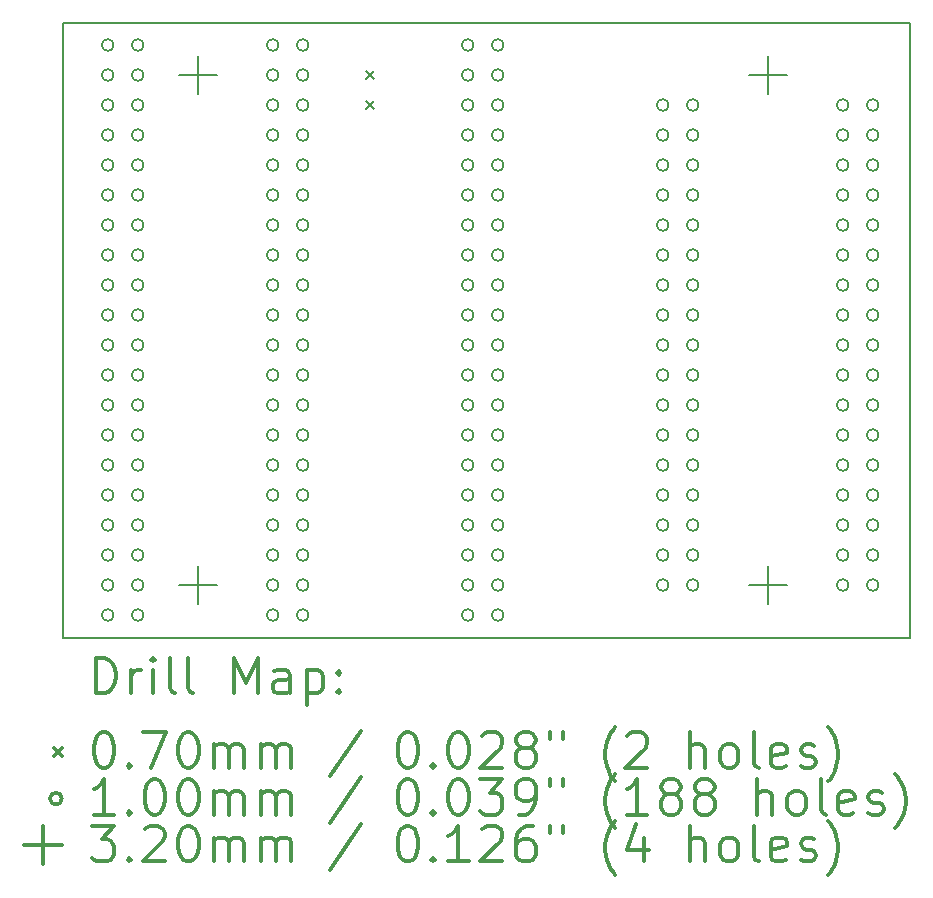
<source format=gbr>
%FSLAX45Y45*%
G04 Gerber Fmt 4.5, Leading zero omitted, Abs format (unit mm)*
G04 Created by KiCad (PCBNEW (5.0.0)) date 03/31/19 19:03:46*
%MOMM*%
%LPD*%
G01*
G04 APERTURE LIST*
%ADD10C,0.150000*%
%ADD11C,0.200000*%
%ADD12C,0.300000*%
G04 APERTURE END LIST*
D10*
X11303000Y-8191500D02*
X11303000Y-13398500D01*
X18478500Y-8191500D02*
X11303000Y-8191500D01*
X18478500Y-13398500D02*
X18478500Y-8191500D01*
X11303000Y-13398500D02*
X18478500Y-13398500D01*
D11*
X13871500Y-8601000D02*
X13941500Y-8671000D01*
X13941500Y-8601000D02*
X13871500Y-8671000D01*
X13871500Y-8855000D02*
X13941500Y-8925000D01*
X13941500Y-8855000D02*
X13871500Y-8925000D01*
X11734000Y-8382000D02*
G75*
G03X11734000Y-8382000I-50000J0D01*
G01*
X11734000Y-8636000D02*
G75*
G03X11734000Y-8636000I-50000J0D01*
G01*
X11734000Y-8890000D02*
G75*
G03X11734000Y-8890000I-50000J0D01*
G01*
X11734000Y-9144000D02*
G75*
G03X11734000Y-9144000I-50000J0D01*
G01*
X11734000Y-9398000D02*
G75*
G03X11734000Y-9398000I-50000J0D01*
G01*
X11734000Y-9652000D02*
G75*
G03X11734000Y-9652000I-50000J0D01*
G01*
X11734000Y-9906000D02*
G75*
G03X11734000Y-9906000I-50000J0D01*
G01*
X11734000Y-10160000D02*
G75*
G03X11734000Y-10160000I-50000J0D01*
G01*
X11734000Y-10414000D02*
G75*
G03X11734000Y-10414000I-50000J0D01*
G01*
X11734000Y-10668000D02*
G75*
G03X11734000Y-10668000I-50000J0D01*
G01*
X11734000Y-10922000D02*
G75*
G03X11734000Y-10922000I-50000J0D01*
G01*
X11734000Y-11176000D02*
G75*
G03X11734000Y-11176000I-50000J0D01*
G01*
X11734000Y-11430000D02*
G75*
G03X11734000Y-11430000I-50000J0D01*
G01*
X11734000Y-11684000D02*
G75*
G03X11734000Y-11684000I-50000J0D01*
G01*
X11734000Y-11938000D02*
G75*
G03X11734000Y-11938000I-50000J0D01*
G01*
X11734000Y-12192000D02*
G75*
G03X11734000Y-12192000I-50000J0D01*
G01*
X11734000Y-12446000D02*
G75*
G03X11734000Y-12446000I-50000J0D01*
G01*
X11734000Y-12700000D02*
G75*
G03X11734000Y-12700000I-50000J0D01*
G01*
X11734000Y-12954000D02*
G75*
G03X11734000Y-12954000I-50000J0D01*
G01*
X11734000Y-13208000D02*
G75*
G03X11734000Y-13208000I-50000J0D01*
G01*
X11988000Y-8382000D02*
G75*
G03X11988000Y-8382000I-50000J0D01*
G01*
X11988000Y-8636000D02*
G75*
G03X11988000Y-8636000I-50000J0D01*
G01*
X11988000Y-8890000D02*
G75*
G03X11988000Y-8890000I-50000J0D01*
G01*
X11988000Y-9144000D02*
G75*
G03X11988000Y-9144000I-50000J0D01*
G01*
X11988000Y-9398000D02*
G75*
G03X11988000Y-9398000I-50000J0D01*
G01*
X11988000Y-9652000D02*
G75*
G03X11988000Y-9652000I-50000J0D01*
G01*
X11988000Y-9906000D02*
G75*
G03X11988000Y-9906000I-50000J0D01*
G01*
X11988000Y-10160000D02*
G75*
G03X11988000Y-10160000I-50000J0D01*
G01*
X11988000Y-10414000D02*
G75*
G03X11988000Y-10414000I-50000J0D01*
G01*
X11988000Y-10668000D02*
G75*
G03X11988000Y-10668000I-50000J0D01*
G01*
X11988000Y-10922000D02*
G75*
G03X11988000Y-10922000I-50000J0D01*
G01*
X11988000Y-11176000D02*
G75*
G03X11988000Y-11176000I-50000J0D01*
G01*
X11988000Y-11430000D02*
G75*
G03X11988000Y-11430000I-50000J0D01*
G01*
X11988000Y-11684000D02*
G75*
G03X11988000Y-11684000I-50000J0D01*
G01*
X11988000Y-11938000D02*
G75*
G03X11988000Y-11938000I-50000J0D01*
G01*
X11988000Y-12192000D02*
G75*
G03X11988000Y-12192000I-50000J0D01*
G01*
X11988000Y-12446000D02*
G75*
G03X11988000Y-12446000I-50000J0D01*
G01*
X11988000Y-12700000D02*
G75*
G03X11988000Y-12700000I-50000J0D01*
G01*
X11988000Y-12954000D02*
G75*
G03X11988000Y-12954000I-50000J0D01*
G01*
X11988000Y-13208000D02*
G75*
G03X11988000Y-13208000I-50000J0D01*
G01*
X14782000Y-8382000D02*
G75*
G03X14782000Y-8382000I-50000J0D01*
G01*
X14782000Y-8636000D02*
G75*
G03X14782000Y-8636000I-50000J0D01*
G01*
X14782000Y-8890000D02*
G75*
G03X14782000Y-8890000I-50000J0D01*
G01*
X14782000Y-9144000D02*
G75*
G03X14782000Y-9144000I-50000J0D01*
G01*
X14782000Y-9398000D02*
G75*
G03X14782000Y-9398000I-50000J0D01*
G01*
X14782000Y-9652000D02*
G75*
G03X14782000Y-9652000I-50000J0D01*
G01*
X14782000Y-9906000D02*
G75*
G03X14782000Y-9906000I-50000J0D01*
G01*
X14782000Y-10160000D02*
G75*
G03X14782000Y-10160000I-50000J0D01*
G01*
X14782000Y-10414000D02*
G75*
G03X14782000Y-10414000I-50000J0D01*
G01*
X14782000Y-10668000D02*
G75*
G03X14782000Y-10668000I-50000J0D01*
G01*
X14782000Y-10922000D02*
G75*
G03X14782000Y-10922000I-50000J0D01*
G01*
X14782000Y-11176000D02*
G75*
G03X14782000Y-11176000I-50000J0D01*
G01*
X14782000Y-11430000D02*
G75*
G03X14782000Y-11430000I-50000J0D01*
G01*
X14782000Y-11684000D02*
G75*
G03X14782000Y-11684000I-50000J0D01*
G01*
X14782000Y-11938000D02*
G75*
G03X14782000Y-11938000I-50000J0D01*
G01*
X14782000Y-12192000D02*
G75*
G03X14782000Y-12192000I-50000J0D01*
G01*
X14782000Y-12446000D02*
G75*
G03X14782000Y-12446000I-50000J0D01*
G01*
X14782000Y-12700000D02*
G75*
G03X14782000Y-12700000I-50000J0D01*
G01*
X14782000Y-12954000D02*
G75*
G03X14782000Y-12954000I-50000J0D01*
G01*
X14782000Y-13208000D02*
G75*
G03X14782000Y-13208000I-50000J0D01*
G01*
X15036000Y-8382000D02*
G75*
G03X15036000Y-8382000I-50000J0D01*
G01*
X15036000Y-8636000D02*
G75*
G03X15036000Y-8636000I-50000J0D01*
G01*
X15036000Y-8890000D02*
G75*
G03X15036000Y-8890000I-50000J0D01*
G01*
X15036000Y-9144000D02*
G75*
G03X15036000Y-9144000I-50000J0D01*
G01*
X15036000Y-9398000D02*
G75*
G03X15036000Y-9398000I-50000J0D01*
G01*
X15036000Y-9652000D02*
G75*
G03X15036000Y-9652000I-50000J0D01*
G01*
X15036000Y-9906000D02*
G75*
G03X15036000Y-9906000I-50000J0D01*
G01*
X15036000Y-10160000D02*
G75*
G03X15036000Y-10160000I-50000J0D01*
G01*
X15036000Y-10414000D02*
G75*
G03X15036000Y-10414000I-50000J0D01*
G01*
X15036000Y-10668000D02*
G75*
G03X15036000Y-10668000I-50000J0D01*
G01*
X15036000Y-10922000D02*
G75*
G03X15036000Y-10922000I-50000J0D01*
G01*
X15036000Y-11176000D02*
G75*
G03X15036000Y-11176000I-50000J0D01*
G01*
X15036000Y-11430000D02*
G75*
G03X15036000Y-11430000I-50000J0D01*
G01*
X15036000Y-11684000D02*
G75*
G03X15036000Y-11684000I-50000J0D01*
G01*
X15036000Y-11938000D02*
G75*
G03X15036000Y-11938000I-50000J0D01*
G01*
X15036000Y-12192000D02*
G75*
G03X15036000Y-12192000I-50000J0D01*
G01*
X15036000Y-12446000D02*
G75*
G03X15036000Y-12446000I-50000J0D01*
G01*
X15036000Y-12700000D02*
G75*
G03X15036000Y-12700000I-50000J0D01*
G01*
X15036000Y-12954000D02*
G75*
G03X15036000Y-12954000I-50000J0D01*
G01*
X15036000Y-13208000D02*
G75*
G03X15036000Y-13208000I-50000J0D01*
G01*
X13131000Y-8382000D02*
G75*
G03X13131000Y-8382000I-50000J0D01*
G01*
X13131000Y-8636000D02*
G75*
G03X13131000Y-8636000I-50000J0D01*
G01*
X13131000Y-8890000D02*
G75*
G03X13131000Y-8890000I-50000J0D01*
G01*
X13131000Y-9144000D02*
G75*
G03X13131000Y-9144000I-50000J0D01*
G01*
X13131000Y-9398000D02*
G75*
G03X13131000Y-9398000I-50000J0D01*
G01*
X13131000Y-9652000D02*
G75*
G03X13131000Y-9652000I-50000J0D01*
G01*
X13131000Y-9906000D02*
G75*
G03X13131000Y-9906000I-50000J0D01*
G01*
X13131000Y-10160000D02*
G75*
G03X13131000Y-10160000I-50000J0D01*
G01*
X13131000Y-10414000D02*
G75*
G03X13131000Y-10414000I-50000J0D01*
G01*
X13131000Y-10668000D02*
G75*
G03X13131000Y-10668000I-50000J0D01*
G01*
X13131000Y-10922000D02*
G75*
G03X13131000Y-10922000I-50000J0D01*
G01*
X13131000Y-11176000D02*
G75*
G03X13131000Y-11176000I-50000J0D01*
G01*
X13131000Y-11430000D02*
G75*
G03X13131000Y-11430000I-50000J0D01*
G01*
X13131000Y-11684000D02*
G75*
G03X13131000Y-11684000I-50000J0D01*
G01*
X13131000Y-11938000D02*
G75*
G03X13131000Y-11938000I-50000J0D01*
G01*
X13131000Y-12192000D02*
G75*
G03X13131000Y-12192000I-50000J0D01*
G01*
X13131000Y-12446000D02*
G75*
G03X13131000Y-12446000I-50000J0D01*
G01*
X13131000Y-12700000D02*
G75*
G03X13131000Y-12700000I-50000J0D01*
G01*
X13131000Y-12954000D02*
G75*
G03X13131000Y-12954000I-50000J0D01*
G01*
X13131000Y-13208000D02*
G75*
G03X13131000Y-13208000I-50000J0D01*
G01*
X13385000Y-8382000D02*
G75*
G03X13385000Y-8382000I-50000J0D01*
G01*
X13385000Y-8636000D02*
G75*
G03X13385000Y-8636000I-50000J0D01*
G01*
X13385000Y-8890000D02*
G75*
G03X13385000Y-8890000I-50000J0D01*
G01*
X13385000Y-9144000D02*
G75*
G03X13385000Y-9144000I-50000J0D01*
G01*
X13385000Y-9398000D02*
G75*
G03X13385000Y-9398000I-50000J0D01*
G01*
X13385000Y-9652000D02*
G75*
G03X13385000Y-9652000I-50000J0D01*
G01*
X13385000Y-9906000D02*
G75*
G03X13385000Y-9906000I-50000J0D01*
G01*
X13385000Y-10160000D02*
G75*
G03X13385000Y-10160000I-50000J0D01*
G01*
X13385000Y-10414000D02*
G75*
G03X13385000Y-10414000I-50000J0D01*
G01*
X13385000Y-10668000D02*
G75*
G03X13385000Y-10668000I-50000J0D01*
G01*
X13385000Y-10922000D02*
G75*
G03X13385000Y-10922000I-50000J0D01*
G01*
X13385000Y-11176000D02*
G75*
G03X13385000Y-11176000I-50000J0D01*
G01*
X13385000Y-11430000D02*
G75*
G03X13385000Y-11430000I-50000J0D01*
G01*
X13385000Y-11684000D02*
G75*
G03X13385000Y-11684000I-50000J0D01*
G01*
X13385000Y-11938000D02*
G75*
G03X13385000Y-11938000I-50000J0D01*
G01*
X13385000Y-12192000D02*
G75*
G03X13385000Y-12192000I-50000J0D01*
G01*
X13385000Y-12446000D02*
G75*
G03X13385000Y-12446000I-50000J0D01*
G01*
X13385000Y-12700000D02*
G75*
G03X13385000Y-12700000I-50000J0D01*
G01*
X13385000Y-12954000D02*
G75*
G03X13385000Y-12954000I-50000J0D01*
G01*
X13385000Y-13208000D02*
G75*
G03X13385000Y-13208000I-50000J0D01*
G01*
X17957000Y-8890000D02*
G75*
G03X17957000Y-8890000I-50000J0D01*
G01*
X17957000Y-9144000D02*
G75*
G03X17957000Y-9144000I-50000J0D01*
G01*
X17957000Y-9398000D02*
G75*
G03X17957000Y-9398000I-50000J0D01*
G01*
X17957000Y-9652000D02*
G75*
G03X17957000Y-9652000I-50000J0D01*
G01*
X17957000Y-9906000D02*
G75*
G03X17957000Y-9906000I-50000J0D01*
G01*
X17957000Y-10160000D02*
G75*
G03X17957000Y-10160000I-50000J0D01*
G01*
X17957000Y-10414000D02*
G75*
G03X17957000Y-10414000I-50000J0D01*
G01*
X17957000Y-10668000D02*
G75*
G03X17957000Y-10668000I-50000J0D01*
G01*
X17957000Y-10922000D02*
G75*
G03X17957000Y-10922000I-50000J0D01*
G01*
X17957000Y-11176000D02*
G75*
G03X17957000Y-11176000I-50000J0D01*
G01*
X17957000Y-11430000D02*
G75*
G03X17957000Y-11430000I-50000J0D01*
G01*
X17957000Y-11684000D02*
G75*
G03X17957000Y-11684000I-50000J0D01*
G01*
X17957000Y-11938000D02*
G75*
G03X17957000Y-11938000I-50000J0D01*
G01*
X17957000Y-12192000D02*
G75*
G03X17957000Y-12192000I-50000J0D01*
G01*
X17957000Y-12446000D02*
G75*
G03X17957000Y-12446000I-50000J0D01*
G01*
X17957000Y-12700000D02*
G75*
G03X17957000Y-12700000I-50000J0D01*
G01*
X17957000Y-12954000D02*
G75*
G03X17957000Y-12954000I-50000J0D01*
G01*
X18211000Y-8890000D02*
G75*
G03X18211000Y-8890000I-50000J0D01*
G01*
X18211000Y-9144000D02*
G75*
G03X18211000Y-9144000I-50000J0D01*
G01*
X18211000Y-9398000D02*
G75*
G03X18211000Y-9398000I-50000J0D01*
G01*
X18211000Y-9652000D02*
G75*
G03X18211000Y-9652000I-50000J0D01*
G01*
X18211000Y-9906000D02*
G75*
G03X18211000Y-9906000I-50000J0D01*
G01*
X18211000Y-10160000D02*
G75*
G03X18211000Y-10160000I-50000J0D01*
G01*
X18211000Y-10414000D02*
G75*
G03X18211000Y-10414000I-50000J0D01*
G01*
X18211000Y-10668000D02*
G75*
G03X18211000Y-10668000I-50000J0D01*
G01*
X18211000Y-10922000D02*
G75*
G03X18211000Y-10922000I-50000J0D01*
G01*
X18211000Y-11176000D02*
G75*
G03X18211000Y-11176000I-50000J0D01*
G01*
X18211000Y-11430000D02*
G75*
G03X18211000Y-11430000I-50000J0D01*
G01*
X18211000Y-11684000D02*
G75*
G03X18211000Y-11684000I-50000J0D01*
G01*
X18211000Y-11938000D02*
G75*
G03X18211000Y-11938000I-50000J0D01*
G01*
X18211000Y-12192000D02*
G75*
G03X18211000Y-12192000I-50000J0D01*
G01*
X18211000Y-12446000D02*
G75*
G03X18211000Y-12446000I-50000J0D01*
G01*
X18211000Y-12700000D02*
G75*
G03X18211000Y-12700000I-50000J0D01*
G01*
X18211000Y-12954000D02*
G75*
G03X18211000Y-12954000I-50000J0D01*
G01*
X16433000Y-8890000D02*
G75*
G03X16433000Y-8890000I-50000J0D01*
G01*
X16433000Y-9144000D02*
G75*
G03X16433000Y-9144000I-50000J0D01*
G01*
X16433000Y-9398000D02*
G75*
G03X16433000Y-9398000I-50000J0D01*
G01*
X16433000Y-9652000D02*
G75*
G03X16433000Y-9652000I-50000J0D01*
G01*
X16433000Y-9906000D02*
G75*
G03X16433000Y-9906000I-50000J0D01*
G01*
X16433000Y-10160000D02*
G75*
G03X16433000Y-10160000I-50000J0D01*
G01*
X16433000Y-10414000D02*
G75*
G03X16433000Y-10414000I-50000J0D01*
G01*
X16433000Y-10668000D02*
G75*
G03X16433000Y-10668000I-50000J0D01*
G01*
X16433000Y-10922000D02*
G75*
G03X16433000Y-10922000I-50000J0D01*
G01*
X16433000Y-11176000D02*
G75*
G03X16433000Y-11176000I-50000J0D01*
G01*
X16433000Y-11430000D02*
G75*
G03X16433000Y-11430000I-50000J0D01*
G01*
X16433000Y-11684000D02*
G75*
G03X16433000Y-11684000I-50000J0D01*
G01*
X16433000Y-11938000D02*
G75*
G03X16433000Y-11938000I-50000J0D01*
G01*
X16433000Y-12192000D02*
G75*
G03X16433000Y-12192000I-50000J0D01*
G01*
X16433000Y-12446000D02*
G75*
G03X16433000Y-12446000I-50000J0D01*
G01*
X16433000Y-12700000D02*
G75*
G03X16433000Y-12700000I-50000J0D01*
G01*
X16433000Y-12954000D02*
G75*
G03X16433000Y-12954000I-50000J0D01*
G01*
X16687000Y-8890000D02*
G75*
G03X16687000Y-8890000I-50000J0D01*
G01*
X16687000Y-9144000D02*
G75*
G03X16687000Y-9144000I-50000J0D01*
G01*
X16687000Y-9398000D02*
G75*
G03X16687000Y-9398000I-50000J0D01*
G01*
X16687000Y-9652000D02*
G75*
G03X16687000Y-9652000I-50000J0D01*
G01*
X16687000Y-9906000D02*
G75*
G03X16687000Y-9906000I-50000J0D01*
G01*
X16687000Y-10160000D02*
G75*
G03X16687000Y-10160000I-50000J0D01*
G01*
X16687000Y-10414000D02*
G75*
G03X16687000Y-10414000I-50000J0D01*
G01*
X16687000Y-10668000D02*
G75*
G03X16687000Y-10668000I-50000J0D01*
G01*
X16687000Y-10922000D02*
G75*
G03X16687000Y-10922000I-50000J0D01*
G01*
X16687000Y-11176000D02*
G75*
G03X16687000Y-11176000I-50000J0D01*
G01*
X16687000Y-11430000D02*
G75*
G03X16687000Y-11430000I-50000J0D01*
G01*
X16687000Y-11684000D02*
G75*
G03X16687000Y-11684000I-50000J0D01*
G01*
X16687000Y-11938000D02*
G75*
G03X16687000Y-11938000I-50000J0D01*
G01*
X16687000Y-12192000D02*
G75*
G03X16687000Y-12192000I-50000J0D01*
G01*
X16687000Y-12446000D02*
G75*
G03X16687000Y-12446000I-50000J0D01*
G01*
X16687000Y-12700000D02*
G75*
G03X16687000Y-12700000I-50000J0D01*
G01*
X16687000Y-12954000D02*
G75*
G03X16687000Y-12954000I-50000J0D01*
G01*
X17272000Y-12794000D02*
X17272000Y-13114000D01*
X17112000Y-12954000D02*
X17432000Y-12954000D01*
X17272000Y-8476000D02*
X17272000Y-8796000D01*
X17112000Y-8636000D02*
X17432000Y-8636000D01*
X12446000Y-8476000D02*
X12446000Y-8796000D01*
X12286000Y-8636000D02*
X12606000Y-8636000D01*
X12446000Y-12794000D02*
X12446000Y-13114000D01*
X12286000Y-12954000D02*
X12606000Y-12954000D01*
D12*
X11581928Y-13871714D02*
X11581928Y-13571714D01*
X11653357Y-13571714D01*
X11696214Y-13586000D01*
X11724786Y-13614571D01*
X11739071Y-13643143D01*
X11753357Y-13700286D01*
X11753357Y-13743143D01*
X11739071Y-13800286D01*
X11724786Y-13828857D01*
X11696214Y-13857429D01*
X11653357Y-13871714D01*
X11581928Y-13871714D01*
X11881928Y-13871714D02*
X11881928Y-13671714D01*
X11881928Y-13728857D02*
X11896214Y-13700286D01*
X11910500Y-13686000D01*
X11939071Y-13671714D01*
X11967643Y-13671714D01*
X12067643Y-13871714D02*
X12067643Y-13671714D01*
X12067643Y-13571714D02*
X12053357Y-13586000D01*
X12067643Y-13600286D01*
X12081928Y-13586000D01*
X12067643Y-13571714D01*
X12067643Y-13600286D01*
X12253357Y-13871714D02*
X12224786Y-13857429D01*
X12210500Y-13828857D01*
X12210500Y-13571714D01*
X12410500Y-13871714D02*
X12381928Y-13857429D01*
X12367643Y-13828857D01*
X12367643Y-13571714D01*
X12753357Y-13871714D02*
X12753357Y-13571714D01*
X12853357Y-13786000D01*
X12953357Y-13571714D01*
X12953357Y-13871714D01*
X13224786Y-13871714D02*
X13224786Y-13714571D01*
X13210500Y-13686000D01*
X13181928Y-13671714D01*
X13124786Y-13671714D01*
X13096214Y-13686000D01*
X13224786Y-13857429D02*
X13196214Y-13871714D01*
X13124786Y-13871714D01*
X13096214Y-13857429D01*
X13081928Y-13828857D01*
X13081928Y-13800286D01*
X13096214Y-13771714D01*
X13124786Y-13757429D01*
X13196214Y-13757429D01*
X13224786Y-13743143D01*
X13367643Y-13671714D02*
X13367643Y-13971714D01*
X13367643Y-13686000D02*
X13396214Y-13671714D01*
X13453357Y-13671714D01*
X13481928Y-13686000D01*
X13496214Y-13700286D01*
X13510500Y-13728857D01*
X13510500Y-13814571D01*
X13496214Y-13843143D01*
X13481928Y-13857429D01*
X13453357Y-13871714D01*
X13396214Y-13871714D01*
X13367643Y-13857429D01*
X13639071Y-13843143D02*
X13653357Y-13857429D01*
X13639071Y-13871714D01*
X13624786Y-13857429D01*
X13639071Y-13843143D01*
X13639071Y-13871714D01*
X13639071Y-13686000D02*
X13653357Y-13700286D01*
X13639071Y-13714571D01*
X13624786Y-13700286D01*
X13639071Y-13686000D01*
X13639071Y-13714571D01*
X11225500Y-14331000D02*
X11295500Y-14401000D01*
X11295500Y-14331000D02*
X11225500Y-14401000D01*
X11639071Y-14201714D02*
X11667643Y-14201714D01*
X11696214Y-14216000D01*
X11710500Y-14230286D01*
X11724786Y-14258857D01*
X11739071Y-14316000D01*
X11739071Y-14387429D01*
X11724786Y-14444571D01*
X11710500Y-14473143D01*
X11696214Y-14487429D01*
X11667643Y-14501714D01*
X11639071Y-14501714D01*
X11610500Y-14487429D01*
X11596214Y-14473143D01*
X11581928Y-14444571D01*
X11567643Y-14387429D01*
X11567643Y-14316000D01*
X11581928Y-14258857D01*
X11596214Y-14230286D01*
X11610500Y-14216000D01*
X11639071Y-14201714D01*
X11867643Y-14473143D02*
X11881928Y-14487429D01*
X11867643Y-14501714D01*
X11853357Y-14487429D01*
X11867643Y-14473143D01*
X11867643Y-14501714D01*
X11981928Y-14201714D02*
X12181928Y-14201714D01*
X12053357Y-14501714D01*
X12353357Y-14201714D02*
X12381928Y-14201714D01*
X12410500Y-14216000D01*
X12424786Y-14230286D01*
X12439071Y-14258857D01*
X12453357Y-14316000D01*
X12453357Y-14387429D01*
X12439071Y-14444571D01*
X12424786Y-14473143D01*
X12410500Y-14487429D01*
X12381928Y-14501714D01*
X12353357Y-14501714D01*
X12324786Y-14487429D01*
X12310500Y-14473143D01*
X12296214Y-14444571D01*
X12281928Y-14387429D01*
X12281928Y-14316000D01*
X12296214Y-14258857D01*
X12310500Y-14230286D01*
X12324786Y-14216000D01*
X12353357Y-14201714D01*
X12581928Y-14501714D02*
X12581928Y-14301714D01*
X12581928Y-14330286D02*
X12596214Y-14316000D01*
X12624786Y-14301714D01*
X12667643Y-14301714D01*
X12696214Y-14316000D01*
X12710500Y-14344571D01*
X12710500Y-14501714D01*
X12710500Y-14344571D02*
X12724786Y-14316000D01*
X12753357Y-14301714D01*
X12796214Y-14301714D01*
X12824786Y-14316000D01*
X12839071Y-14344571D01*
X12839071Y-14501714D01*
X12981928Y-14501714D02*
X12981928Y-14301714D01*
X12981928Y-14330286D02*
X12996214Y-14316000D01*
X13024786Y-14301714D01*
X13067643Y-14301714D01*
X13096214Y-14316000D01*
X13110500Y-14344571D01*
X13110500Y-14501714D01*
X13110500Y-14344571D02*
X13124786Y-14316000D01*
X13153357Y-14301714D01*
X13196214Y-14301714D01*
X13224786Y-14316000D01*
X13239071Y-14344571D01*
X13239071Y-14501714D01*
X13824786Y-14187429D02*
X13567643Y-14573143D01*
X14210500Y-14201714D02*
X14239071Y-14201714D01*
X14267643Y-14216000D01*
X14281928Y-14230286D01*
X14296214Y-14258857D01*
X14310500Y-14316000D01*
X14310500Y-14387429D01*
X14296214Y-14444571D01*
X14281928Y-14473143D01*
X14267643Y-14487429D01*
X14239071Y-14501714D01*
X14210500Y-14501714D01*
X14181928Y-14487429D01*
X14167643Y-14473143D01*
X14153357Y-14444571D01*
X14139071Y-14387429D01*
X14139071Y-14316000D01*
X14153357Y-14258857D01*
X14167643Y-14230286D01*
X14181928Y-14216000D01*
X14210500Y-14201714D01*
X14439071Y-14473143D02*
X14453357Y-14487429D01*
X14439071Y-14501714D01*
X14424786Y-14487429D01*
X14439071Y-14473143D01*
X14439071Y-14501714D01*
X14639071Y-14201714D02*
X14667643Y-14201714D01*
X14696214Y-14216000D01*
X14710500Y-14230286D01*
X14724786Y-14258857D01*
X14739071Y-14316000D01*
X14739071Y-14387429D01*
X14724786Y-14444571D01*
X14710500Y-14473143D01*
X14696214Y-14487429D01*
X14667643Y-14501714D01*
X14639071Y-14501714D01*
X14610500Y-14487429D01*
X14596214Y-14473143D01*
X14581928Y-14444571D01*
X14567643Y-14387429D01*
X14567643Y-14316000D01*
X14581928Y-14258857D01*
X14596214Y-14230286D01*
X14610500Y-14216000D01*
X14639071Y-14201714D01*
X14853357Y-14230286D02*
X14867643Y-14216000D01*
X14896214Y-14201714D01*
X14967643Y-14201714D01*
X14996214Y-14216000D01*
X15010500Y-14230286D01*
X15024786Y-14258857D01*
X15024786Y-14287429D01*
X15010500Y-14330286D01*
X14839071Y-14501714D01*
X15024786Y-14501714D01*
X15196214Y-14330286D02*
X15167643Y-14316000D01*
X15153357Y-14301714D01*
X15139071Y-14273143D01*
X15139071Y-14258857D01*
X15153357Y-14230286D01*
X15167643Y-14216000D01*
X15196214Y-14201714D01*
X15253357Y-14201714D01*
X15281928Y-14216000D01*
X15296214Y-14230286D01*
X15310500Y-14258857D01*
X15310500Y-14273143D01*
X15296214Y-14301714D01*
X15281928Y-14316000D01*
X15253357Y-14330286D01*
X15196214Y-14330286D01*
X15167643Y-14344571D01*
X15153357Y-14358857D01*
X15139071Y-14387429D01*
X15139071Y-14444571D01*
X15153357Y-14473143D01*
X15167643Y-14487429D01*
X15196214Y-14501714D01*
X15253357Y-14501714D01*
X15281928Y-14487429D01*
X15296214Y-14473143D01*
X15310500Y-14444571D01*
X15310500Y-14387429D01*
X15296214Y-14358857D01*
X15281928Y-14344571D01*
X15253357Y-14330286D01*
X15424786Y-14201714D02*
X15424786Y-14258857D01*
X15539071Y-14201714D02*
X15539071Y-14258857D01*
X15981928Y-14616000D02*
X15967643Y-14601714D01*
X15939071Y-14558857D01*
X15924786Y-14530286D01*
X15910500Y-14487429D01*
X15896214Y-14416000D01*
X15896214Y-14358857D01*
X15910500Y-14287429D01*
X15924786Y-14244571D01*
X15939071Y-14216000D01*
X15967643Y-14173143D01*
X15981928Y-14158857D01*
X16081928Y-14230286D02*
X16096214Y-14216000D01*
X16124786Y-14201714D01*
X16196214Y-14201714D01*
X16224786Y-14216000D01*
X16239071Y-14230286D01*
X16253357Y-14258857D01*
X16253357Y-14287429D01*
X16239071Y-14330286D01*
X16067643Y-14501714D01*
X16253357Y-14501714D01*
X16610500Y-14501714D02*
X16610500Y-14201714D01*
X16739071Y-14501714D02*
X16739071Y-14344571D01*
X16724786Y-14316000D01*
X16696214Y-14301714D01*
X16653357Y-14301714D01*
X16624786Y-14316000D01*
X16610500Y-14330286D01*
X16924786Y-14501714D02*
X16896214Y-14487429D01*
X16881928Y-14473143D01*
X16867643Y-14444571D01*
X16867643Y-14358857D01*
X16881928Y-14330286D01*
X16896214Y-14316000D01*
X16924786Y-14301714D01*
X16967643Y-14301714D01*
X16996214Y-14316000D01*
X17010500Y-14330286D01*
X17024786Y-14358857D01*
X17024786Y-14444571D01*
X17010500Y-14473143D01*
X16996214Y-14487429D01*
X16967643Y-14501714D01*
X16924786Y-14501714D01*
X17196214Y-14501714D02*
X17167643Y-14487429D01*
X17153357Y-14458857D01*
X17153357Y-14201714D01*
X17424786Y-14487429D02*
X17396214Y-14501714D01*
X17339071Y-14501714D01*
X17310500Y-14487429D01*
X17296214Y-14458857D01*
X17296214Y-14344571D01*
X17310500Y-14316000D01*
X17339071Y-14301714D01*
X17396214Y-14301714D01*
X17424786Y-14316000D01*
X17439071Y-14344571D01*
X17439071Y-14373143D01*
X17296214Y-14401714D01*
X17553357Y-14487429D02*
X17581928Y-14501714D01*
X17639071Y-14501714D01*
X17667643Y-14487429D01*
X17681928Y-14458857D01*
X17681928Y-14444571D01*
X17667643Y-14416000D01*
X17639071Y-14401714D01*
X17596214Y-14401714D01*
X17567643Y-14387429D01*
X17553357Y-14358857D01*
X17553357Y-14344571D01*
X17567643Y-14316000D01*
X17596214Y-14301714D01*
X17639071Y-14301714D01*
X17667643Y-14316000D01*
X17781928Y-14616000D02*
X17796214Y-14601714D01*
X17824786Y-14558857D01*
X17839071Y-14530286D01*
X17853357Y-14487429D01*
X17867643Y-14416000D01*
X17867643Y-14358857D01*
X17853357Y-14287429D01*
X17839071Y-14244571D01*
X17824786Y-14216000D01*
X17796214Y-14173143D01*
X17781928Y-14158857D01*
X11295500Y-14762000D02*
G75*
G03X11295500Y-14762000I-50000J0D01*
G01*
X11739071Y-14897714D02*
X11567643Y-14897714D01*
X11653357Y-14897714D02*
X11653357Y-14597714D01*
X11624786Y-14640571D01*
X11596214Y-14669143D01*
X11567643Y-14683429D01*
X11867643Y-14869143D02*
X11881928Y-14883429D01*
X11867643Y-14897714D01*
X11853357Y-14883429D01*
X11867643Y-14869143D01*
X11867643Y-14897714D01*
X12067643Y-14597714D02*
X12096214Y-14597714D01*
X12124786Y-14612000D01*
X12139071Y-14626286D01*
X12153357Y-14654857D01*
X12167643Y-14712000D01*
X12167643Y-14783429D01*
X12153357Y-14840571D01*
X12139071Y-14869143D01*
X12124786Y-14883429D01*
X12096214Y-14897714D01*
X12067643Y-14897714D01*
X12039071Y-14883429D01*
X12024786Y-14869143D01*
X12010500Y-14840571D01*
X11996214Y-14783429D01*
X11996214Y-14712000D01*
X12010500Y-14654857D01*
X12024786Y-14626286D01*
X12039071Y-14612000D01*
X12067643Y-14597714D01*
X12353357Y-14597714D02*
X12381928Y-14597714D01*
X12410500Y-14612000D01*
X12424786Y-14626286D01*
X12439071Y-14654857D01*
X12453357Y-14712000D01*
X12453357Y-14783429D01*
X12439071Y-14840571D01*
X12424786Y-14869143D01*
X12410500Y-14883429D01*
X12381928Y-14897714D01*
X12353357Y-14897714D01*
X12324786Y-14883429D01*
X12310500Y-14869143D01*
X12296214Y-14840571D01*
X12281928Y-14783429D01*
X12281928Y-14712000D01*
X12296214Y-14654857D01*
X12310500Y-14626286D01*
X12324786Y-14612000D01*
X12353357Y-14597714D01*
X12581928Y-14897714D02*
X12581928Y-14697714D01*
X12581928Y-14726286D02*
X12596214Y-14712000D01*
X12624786Y-14697714D01*
X12667643Y-14697714D01*
X12696214Y-14712000D01*
X12710500Y-14740571D01*
X12710500Y-14897714D01*
X12710500Y-14740571D02*
X12724786Y-14712000D01*
X12753357Y-14697714D01*
X12796214Y-14697714D01*
X12824786Y-14712000D01*
X12839071Y-14740571D01*
X12839071Y-14897714D01*
X12981928Y-14897714D02*
X12981928Y-14697714D01*
X12981928Y-14726286D02*
X12996214Y-14712000D01*
X13024786Y-14697714D01*
X13067643Y-14697714D01*
X13096214Y-14712000D01*
X13110500Y-14740571D01*
X13110500Y-14897714D01*
X13110500Y-14740571D02*
X13124786Y-14712000D01*
X13153357Y-14697714D01*
X13196214Y-14697714D01*
X13224786Y-14712000D01*
X13239071Y-14740571D01*
X13239071Y-14897714D01*
X13824786Y-14583429D02*
X13567643Y-14969143D01*
X14210500Y-14597714D02*
X14239071Y-14597714D01*
X14267643Y-14612000D01*
X14281928Y-14626286D01*
X14296214Y-14654857D01*
X14310500Y-14712000D01*
X14310500Y-14783429D01*
X14296214Y-14840571D01*
X14281928Y-14869143D01*
X14267643Y-14883429D01*
X14239071Y-14897714D01*
X14210500Y-14897714D01*
X14181928Y-14883429D01*
X14167643Y-14869143D01*
X14153357Y-14840571D01*
X14139071Y-14783429D01*
X14139071Y-14712000D01*
X14153357Y-14654857D01*
X14167643Y-14626286D01*
X14181928Y-14612000D01*
X14210500Y-14597714D01*
X14439071Y-14869143D02*
X14453357Y-14883429D01*
X14439071Y-14897714D01*
X14424786Y-14883429D01*
X14439071Y-14869143D01*
X14439071Y-14897714D01*
X14639071Y-14597714D02*
X14667643Y-14597714D01*
X14696214Y-14612000D01*
X14710500Y-14626286D01*
X14724786Y-14654857D01*
X14739071Y-14712000D01*
X14739071Y-14783429D01*
X14724786Y-14840571D01*
X14710500Y-14869143D01*
X14696214Y-14883429D01*
X14667643Y-14897714D01*
X14639071Y-14897714D01*
X14610500Y-14883429D01*
X14596214Y-14869143D01*
X14581928Y-14840571D01*
X14567643Y-14783429D01*
X14567643Y-14712000D01*
X14581928Y-14654857D01*
X14596214Y-14626286D01*
X14610500Y-14612000D01*
X14639071Y-14597714D01*
X14839071Y-14597714D02*
X15024786Y-14597714D01*
X14924786Y-14712000D01*
X14967643Y-14712000D01*
X14996214Y-14726286D01*
X15010500Y-14740571D01*
X15024786Y-14769143D01*
X15024786Y-14840571D01*
X15010500Y-14869143D01*
X14996214Y-14883429D01*
X14967643Y-14897714D01*
X14881928Y-14897714D01*
X14853357Y-14883429D01*
X14839071Y-14869143D01*
X15167643Y-14897714D02*
X15224786Y-14897714D01*
X15253357Y-14883429D01*
X15267643Y-14869143D01*
X15296214Y-14826286D01*
X15310500Y-14769143D01*
X15310500Y-14654857D01*
X15296214Y-14626286D01*
X15281928Y-14612000D01*
X15253357Y-14597714D01*
X15196214Y-14597714D01*
X15167643Y-14612000D01*
X15153357Y-14626286D01*
X15139071Y-14654857D01*
X15139071Y-14726286D01*
X15153357Y-14754857D01*
X15167643Y-14769143D01*
X15196214Y-14783429D01*
X15253357Y-14783429D01*
X15281928Y-14769143D01*
X15296214Y-14754857D01*
X15310500Y-14726286D01*
X15424786Y-14597714D02*
X15424786Y-14654857D01*
X15539071Y-14597714D02*
X15539071Y-14654857D01*
X15981928Y-15012000D02*
X15967643Y-14997714D01*
X15939071Y-14954857D01*
X15924786Y-14926286D01*
X15910500Y-14883429D01*
X15896214Y-14812000D01*
X15896214Y-14754857D01*
X15910500Y-14683429D01*
X15924786Y-14640571D01*
X15939071Y-14612000D01*
X15967643Y-14569143D01*
X15981928Y-14554857D01*
X16253357Y-14897714D02*
X16081928Y-14897714D01*
X16167643Y-14897714D02*
X16167643Y-14597714D01*
X16139071Y-14640571D01*
X16110500Y-14669143D01*
X16081928Y-14683429D01*
X16424786Y-14726286D02*
X16396214Y-14712000D01*
X16381928Y-14697714D01*
X16367643Y-14669143D01*
X16367643Y-14654857D01*
X16381928Y-14626286D01*
X16396214Y-14612000D01*
X16424786Y-14597714D01*
X16481928Y-14597714D01*
X16510500Y-14612000D01*
X16524786Y-14626286D01*
X16539071Y-14654857D01*
X16539071Y-14669143D01*
X16524786Y-14697714D01*
X16510500Y-14712000D01*
X16481928Y-14726286D01*
X16424786Y-14726286D01*
X16396214Y-14740571D01*
X16381928Y-14754857D01*
X16367643Y-14783429D01*
X16367643Y-14840571D01*
X16381928Y-14869143D01*
X16396214Y-14883429D01*
X16424786Y-14897714D01*
X16481928Y-14897714D01*
X16510500Y-14883429D01*
X16524786Y-14869143D01*
X16539071Y-14840571D01*
X16539071Y-14783429D01*
X16524786Y-14754857D01*
X16510500Y-14740571D01*
X16481928Y-14726286D01*
X16710500Y-14726286D02*
X16681928Y-14712000D01*
X16667643Y-14697714D01*
X16653357Y-14669143D01*
X16653357Y-14654857D01*
X16667643Y-14626286D01*
X16681928Y-14612000D01*
X16710500Y-14597714D01*
X16767643Y-14597714D01*
X16796214Y-14612000D01*
X16810500Y-14626286D01*
X16824786Y-14654857D01*
X16824786Y-14669143D01*
X16810500Y-14697714D01*
X16796214Y-14712000D01*
X16767643Y-14726286D01*
X16710500Y-14726286D01*
X16681928Y-14740571D01*
X16667643Y-14754857D01*
X16653357Y-14783429D01*
X16653357Y-14840571D01*
X16667643Y-14869143D01*
X16681928Y-14883429D01*
X16710500Y-14897714D01*
X16767643Y-14897714D01*
X16796214Y-14883429D01*
X16810500Y-14869143D01*
X16824786Y-14840571D01*
X16824786Y-14783429D01*
X16810500Y-14754857D01*
X16796214Y-14740571D01*
X16767643Y-14726286D01*
X17181928Y-14897714D02*
X17181928Y-14597714D01*
X17310500Y-14897714D02*
X17310500Y-14740571D01*
X17296214Y-14712000D01*
X17267643Y-14697714D01*
X17224786Y-14697714D01*
X17196214Y-14712000D01*
X17181928Y-14726286D01*
X17496214Y-14897714D02*
X17467643Y-14883429D01*
X17453357Y-14869143D01*
X17439071Y-14840571D01*
X17439071Y-14754857D01*
X17453357Y-14726286D01*
X17467643Y-14712000D01*
X17496214Y-14697714D01*
X17539071Y-14697714D01*
X17567643Y-14712000D01*
X17581928Y-14726286D01*
X17596214Y-14754857D01*
X17596214Y-14840571D01*
X17581928Y-14869143D01*
X17567643Y-14883429D01*
X17539071Y-14897714D01*
X17496214Y-14897714D01*
X17767643Y-14897714D02*
X17739071Y-14883429D01*
X17724786Y-14854857D01*
X17724786Y-14597714D01*
X17996214Y-14883429D02*
X17967643Y-14897714D01*
X17910500Y-14897714D01*
X17881928Y-14883429D01*
X17867643Y-14854857D01*
X17867643Y-14740571D01*
X17881928Y-14712000D01*
X17910500Y-14697714D01*
X17967643Y-14697714D01*
X17996214Y-14712000D01*
X18010500Y-14740571D01*
X18010500Y-14769143D01*
X17867643Y-14797714D01*
X18124786Y-14883429D02*
X18153357Y-14897714D01*
X18210500Y-14897714D01*
X18239071Y-14883429D01*
X18253357Y-14854857D01*
X18253357Y-14840571D01*
X18239071Y-14812000D01*
X18210500Y-14797714D01*
X18167643Y-14797714D01*
X18139071Y-14783429D01*
X18124786Y-14754857D01*
X18124786Y-14740571D01*
X18139071Y-14712000D01*
X18167643Y-14697714D01*
X18210500Y-14697714D01*
X18239071Y-14712000D01*
X18353357Y-15012000D02*
X18367643Y-14997714D01*
X18396214Y-14954857D01*
X18410500Y-14926286D01*
X18424786Y-14883429D01*
X18439071Y-14812000D01*
X18439071Y-14754857D01*
X18424786Y-14683429D01*
X18410500Y-14640571D01*
X18396214Y-14612000D01*
X18367643Y-14569143D01*
X18353357Y-14554857D01*
X11135500Y-14998000D02*
X11135500Y-15318000D01*
X10975500Y-15158000D02*
X11295500Y-15158000D01*
X11553357Y-14993714D02*
X11739071Y-14993714D01*
X11639071Y-15108000D01*
X11681928Y-15108000D01*
X11710500Y-15122286D01*
X11724786Y-15136571D01*
X11739071Y-15165143D01*
X11739071Y-15236571D01*
X11724786Y-15265143D01*
X11710500Y-15279429D01*
X11681928Y-15293714D01*
X11596214Y-15293714D01*
X11567643Y-15279429D01*
X11553357Y-15265143D01*
X11867643Y-15265143D02*
X11881928Y-15279429D01*
X11867643Y-15293714D01*
X11853357Y-15279429D01*
X11867643Y-15265143D01*
X11867643Y-15293714D01*
X11996214Y-15022286D02*
X12010500Y-15008000D01*
X12039071Y-14993714D01*
X12110500Y-14993714D01*
X12139071Y-15008000D01*
X12153357Y-15022286D01*
X12167643Y-15050857D01*
X12167643Y-15079429D01*
X12153357Y-15122286D01*
X11981928Y-15293714D01*
X12167643Y-15293714D01*
X12353357Y-14993714D02*
X12381928Y-14993714D01*
X12410500Y-15008000D01*
X12424786Y-15022286D01*
X12439071Y-15050857D01*
X12453357Y-15108000D01*
X12453357Y-15179429D01*
X12439071Y-15236571D01*
X12424786Y-15265143D01*
X12410500Y-15279429D01*
X12381928Y-15293714D01*
X12353357Y-15293714D01*
X12324786Y-15279429D01*
X12310500Y-15265143D01*
X12296214Y-15236571D01*
X12281928Y-15179429D01*
X12281928Y-15108000D01*
X12296214Y-15050857D01*
X12310500Y-15022286D01*
X12324786Y-15008000D01*
X12353357Y-14993714D01*
X12581928Y-15293714D02*
X12581928Y-15093714D01*
X12581928Y-15122286D02*
X12596214Y-15108000D01*
X12624786Y-15093714D01*
X12667643Y-15093714D01*
X12696214Y-15108000D01*
X12710500Y-15136571D01*
X12710500Y-15293714D01*
X12710500Y-15136571D02*
X12724786Y-15108000D01*
X12753357Y-15093714D01*
X12796214Y-15093714D01*
X12824786Y-15108000D01*
X12839071Y-15136571D01*
X12839071Y-15293714D01*
X12981928Y-15293714D02*
X12981928Y-15093714D01*
X12981928Y-15122286D02*
X12996214Y-15108000D01*
X13024786Y-15093714D01*
X13067643Y-15093714D01*
X13096214Y-15108000D01*
X13110500Y-15136571D01*
X13110500Y-15293714D01*
X13110500Y-15136571D02*
X13124786Y-15108000D01*
X13153357Y-15093714D01*
X13196214Y-15093714D01*
X13224786Y-15108000D01*
X13239071Y-15136571D01*
X13239071Y-15293714D01*
X13824786Y-14979429D02*
X13567643Y-15365143D01*
X14210500Y-14993714D02*
X14239071Y-14993714D01*
X14267643Y-15008000D01*
X14281928Y-15022286D01*
X14296214Y-15050857D01*
X14310500Y-15108000D01*
X14310500Y-15179429D01*
X14296214Y-15236571D01*
X14281928Y-15265143D01*
X14267643Y-15279429D01*
X14239071Y-15293714D01*
X14210500Y-15293714D01*
X14181928Y-15279429D01*
X14167643Y-15265143D01*
X14153357Y-15236571D01*
X14139071Y-15179429D01*
X14139071Y-15108000D01*
X14153357Y-15050857D01*
X14167643Y-15022286D01*
X14181928Y-15008000D01*
X14210500Y-14993714D01*
X14439071Y-15265143D02*
X14453357Y-15279429D01*
X14439071Y-15293714D01*
X14424786Y-15279429D01*
X14439071Y-15265143D01*
X14439071Y-15293714D01*
X14739071Y-15293714D02*
X14567643Y-15293714D01*
X14653357Y-15293714D02*
X14653357Y-14993714D01*
X14624786Y-15036571D01*
X14596214Y-15065143D01*
X14567643Y-15079429D01*
X14853357Y-15022286D02*
X14867643Y-15008000D01*
X14896214Y-14993714D01*
X14967643Y-14993714D01*
X14996214Y-15008000D01*
X15010500Y-15022286D01*
X15024786Y-15050857D01*
X15024786Y-15079429D01*
X15010500Y-15122286D01*
X14839071Y-15293714D01*
X15024786Y-15293714D01*
X15281928Y-14993714D02*
X15224786Y-14993714D01*
X15196214Y-15008000D01*
X15181928Y-15022286D01*
X15153357Y-15065143D01*
X15139071Y-15122286D01*
X15139071Y-15236571D01*
X15153357Y-15265143D01*
X15167643Y-15279429D01*
X15196214Y-15293714D01*
X15253357Y-15293714D01*
X15281928Y-15279429D01*
X15296214Y-15265143D01*
X15310500Y-15236571D01*
X15310500Y-15165143D01*
X15296214Y-15136571D01*
X15281928Y-15122286D01*
X15253357Y-15108000D01*
X15196214Y-15108000D01*
X15167643Y-15122286D01*
X15153357Y-15136571D01*
X15139071Y-15165143D01*
X15424786Y-14993714D02*
X15424786Y-15050857D01*
X15539071Y-14993714D02*
X15539071Y-15050857D01*
X15981928Y-15408000D02*
X15967643Y-15393714D01*
X15939071Y-15350857D01*
X15924786Y-15322286D01*
X15910500Y-15279429D01*
X15896214Y-15208000D01*
X15896214Y-15150857D01*
X15910500Y-15079429D01*
X15924786Y-15036571D01*
X15939071Y-15008000D01*
X15967643Y-14965143D01*
X15981928Y-14950857D01*
X16224786Y-15093714D02*
X16224786Y-15293714D01*
X16153357Y-14979429D02*
X16081928Y-15193714D01*
X16267643Y-15193714D01*
X16610500Y-15293714D02*
X16610500Y-14993714D01*
X16739071Y-15293714D02*
X16739071Y-15136571D01*
X16724786Y-15108000D01*
X16696214Y-15093714D01*
X16653357Y-15093714D01*
X16624786Y-15108000D01*
X16610500Y-15122286D01*
X16924786Y-15293714D02*
X16896214Y-15279429D01*
X16881928Y-15265143D01*
X16867643Y-15236571D01*
X16867643Y-15150857D01*
X16881928Y-15122286D01*
X16896214Y-15108000D01*
X16924786Y-15093714D01*
X16967643Y-15093714D01*
X16996214Y-15108000D01*
X17010500Y-15122286D01*
X17024786Y-15150857D01*
X17024786Y-15236571D01*
X17010500Y-15265143D01*
X16996214Y-15279429D01*
X16967643Y-15293714D01*
X16924786Y-15293714D01*
X17196214Y-15293714D02*
X17167643Y-15279429D01*
X17153357Y-15250857D01*
X17153357Y-14993714D01*
X17424786Y-15279429D02*
X17396214Y-15293714D01*
X17339071Y-15293714D01*
X17310500Y-15279429D01*
X17296214Y-15250857D01*
X17296214Y-15136571D01*
X17310500Y-15108000D01*
X17339071Y-15093714D01*
X17396214Y-15093714D01*
X17424786Y-15108000D01*
X17439071Y-15136571D01*
X17439071Y-15165143D01*
X17296214Y-15193714D01*
X17553357Y-15279429D02*
X17581928Y-15293714D01*
X17639071Y-15293714D01*
X17667643Y-15279429D01*
X17681928Y-15250857D01*
X17681928Y-15236571D01*
X17667643Y-15208000D01*
X17639071Y-15193714D01*
X17596214Y-15193714D01*
X17567643Y-15179429D01*
X17553357Y-15150857D01*
X17553357Y-15136571D01*
X17567643Y-15108000D01*
X17596214Y-15093714D01*
X17639071Y-15093714D01*
X17667643Y-15108000D01*
X17781928Y-15408000D02*
X17796214Y-15393714D01*
X17824786Y-15350857D01*
X17839071Y-15322286D01*
X17853357Y-15279429D01*
X17867643Y-15208000D01*
X17867643Y-15150857D01*
X17853357Y-15079429D01*
X17839071Y-15036571D01*
X17824786Y-15008000D01*
X17796214Y-14965143D01*
X17781928Y-14950857D01*
M02*

</source>
